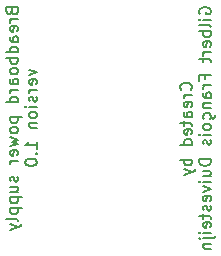
<source format=gbo>
%TF.GenerationSoftware,KiCad,Pcbnew,7.0.11*%
%TF.CreationDate,2024-05-20T00:03:05+02:00*%
%TF.ProjectId,Power supply,506f7765-7220-4737-9570-706c792e6b69,rev?*%
%TF.SameCoordinates,Original*%
%TF.FileFunction,Legend,Bot*%
%TF.FilePolarity,Positive*%
%FSLAX46Y46*%
G04 Gerber Fmt 4.6, Leading zero omitted, Abs format (unit mm)*
G04 Created by KiCad (PCBNEW 7.0.11) date 2024-05-20 00:03:05*
%MOMM*%
%LPD*%
G01*
G04 APERTURE LIST*
%ADD10C,0.150000*%
G04 APERTURE END LIST*
D10*
X148913580Y-70017094D02*
X148961200Y-69969475D01*
X148961200Y-69969475D02*
X149008819Y-69826618D01*
X149008819Y-69826618D02*
X149008819Y-69731380D01*
X149008819Y-69731380D02*
X148961200Y-69588523D01*
X148961200Y-69588523D02*
X148865961Y-69493285D01*
X148865961Y-69493285D02*
X148770723Y-69445666D01*
X148770723Y-69445666D02*
X148580247Y-69398047D01*
X148580247Y-69398047D02*
X148437390Y-69398047D01*
X148437390Y-69398047D02*
X148246914Y-69445666D01*
X148246914Y-69445666D02*
X148151676Y-69493285D01*
X148151676Y-69493285D02*
X148056438Y-69588523D01*
X148056438Y-69588523D02*
X148008819Y-69731380D01*
X148008819Y-69731380D02*
X148008819Y-69826618D01*
X148008819Y-69826618D02*
X148056438Y-69969475D01*
X148056438Y-69969475D02*
X148104057Y-70017094D01*
X149008819Y-70445666D02*
X148342152Y-70445666D01*
X148532628Y-70445666D02*
X148437390Y-70493285D01*
X148437390Y-70493285D02*
X148389771Y-70540904D01*
X148389771Y-70540904D02*
X148342152Y-70636142D01*
X148342152Y-70636142D02*
X148342152Y-70731380D01*
X148961200Y-71445666D02*
X149008819Y-71350428D01*
X149008819Y-71350428D02*
X149008819Y-71159952D01*
X149008819Y-71159952D02*
X148961200Y-71064714D01*
X148961200Y-71064714D02*
X148865961Y-71017095D01*
X148865961Y-71017095D02*
X148485009Y-71017095D01*
X148485009Y-71017095D02*
X148389771Y-71064714D01*
X148389771Y-71064714D02*
X148342152Y-71159952D01*
X148342152Y-71159952D02*
X148342152Y-71350428D01*
X148342152Y-71350428D02*
X148389771Y-71445666D01*
X148389771Y-71445666D02*
X148485009Y-71493285D01*
X148485009Y-71493285D02*
X148580247Y-71493285D01*
X148580247Y-71493285D02*
X148675485Y-71017095D01*
X149008819Y-72350428D02*
X148485009Y-72350428D01*
X148485009Y-72350428D02*
X148389771Y-72302809D01*
X148389771Y-72302809D02*
X148342152Y-72207571D01*
X148342152Y-72207571D02*
X148342152Y-72017095D01*
X148342152Y-72017095D02*
X148389771Y-71921857D01*
X148961200Y-72350428D02*
X149008819Y-72255190D01*
X149008819Y-72255190D02*
X149008819Y-72017095D01*
X149008819Y-72017095D02*
X148961200Y-71921857D01*
X148961200Y-71921857D02*
X148865961Y-71874238D01*
X148865961Y-71874238D02*
X148770723Y-71874238D01*
X148770723Y-71874238D02*
X148675485Y-71921857D01*
X148675485Y-71921857D02*
X148627866Y-72017095D01*
X148627866Y-72017095D02*
X148627866Y-72255190D01*
X148627866Y-72255190D02*
X148580247Y-72350428D01*
X148342152Y-72683762D02*
X148342152Y-73064714D01*
X148008819Y-72826619D02*
X148865961Y-72826619D01*
X148865961Y-72826619D02*
X148961200Y-72874238D01*
X148961200Y-72874238D02*
X149008819Y-72969476D01*
X149008819Y-72969476D02*
X149008819Y-73064714D01*
X148961200Y-73779000D02*
X149008819Y-73683762D01*
X149008819Y-73683762D02*
X149008819Y-73493286D01*
X149008819Y-73493286D02*
X148961200Y-73398048D01*
X148961200Y-73398048D02*
X148865961Y-73350429D01*
X148865961Y-73350429D02*
X148485009Y-73350429D01*
X148485009Y-73350429D02*
X148389771Y-73398048D01*
X148389771Y-73398048D02*
X148342152Y-73493286D01*
X148342152Y-73493286D02*
X148342152Y-73683762D01*
X148342152Y-73683762D02*
X148389771Y-73779000D01*
X148389771Y-73779000D02*
X148485009Y-73826619D01*
X148485009Y-73826619D02*
X148580247Y-73826619D01*
X148580247Y-73826619D02*
X148675485Y-73350429D01*
X149008819Y-74683762D02*
X148008819Y-74683762D01*
X148961200Y-74683762D02*
X149008819Y-74588524D01*
X149008819Y-74588524D02*
X149008819Y-74398048D01*
X149008819Y-74398048D02*
X148961200Y-74302810D01*
X148961200Y-74302810D02*
X148913580Y-74255191D01*
X148913580Y-74255191D02*
X148818342Y-74207572D01*
X148818342Y-74207572D02*
X148532628Y-74207572D01*
X148532628Y-74207572D02*
X148437390Y-74255191D01*
X148437390Y-74255191D02*
X148389771Y-74302810D01*
X148389771Y-74302810D02*
X148342152Y-74398048D01*
X148342152Y-74398048D02*
X148342152Y-74588524D01*
X148342152Y-74588524D02*
X148389771Y-74683762D01*
X149008819Y-75921858D02*
X148008819Y-75921858D01*
X148389771Y-75921858D02*
X148342152Y-76017096D01*
X148342152Y-76017096D02*
X148342152Y-76207572D01*
X148342152Y-76207572D02*
X148389771Y-76302810D01*
X148389771Y-76302810D02*
X148437390Y-76350429D01*
X148437390Y-76350429D02*
X148532628Y-76398048D01*
X148532628Y-76398048D02*
X148818342Y-76398048D01*
X148818342Y-76398048D02*
X148913580Y-76350429D01*
X148913580Y-76350429D02*
X148961200Y-76302810D01*
X148961200Y-76302810D02*
X149008819Y-76207572D01*
X149008819Y-76207572D02*
X149008819Y-76017096D01*
X149008819Y-76017096D02*
X148961200Y-75921858D01*
X148342152Y-76731382D02*
X149008819Y-76969477D01*
X148342152Y-77207572D02*
X149008819Y-76969477D01*
X149008819Y-76969477D02*
X149246914Y-76874239D01*
X149246914Y-76874239D02*
X149294533Y-76826620D01*
X149294533Y-76826620D02*
X149342152Y-76731382D01*
X149666438Y-63588522D02*
X149618819Y-63493284D01*
X149618819Y-63493284D02*
X149618819Y-63350427D01*
X149618819Y-63350427D02*
X149666438Y-63207570D01*
X149666438Y-63207570D02*
X149761676Y-63112332D01*
X149761676Y-63112332D02*
X149856914Y-63064713D01*
X149856914Y-63064713D02*
X150047390Y-63017094D01*
X150047390Y-63017094D02*
X150190247Y-63017094D01*
X150190247Y-63017094D02*
X150380723Y-63064713D01*
X150380723Y-63064713D02*
X150475961Y-63112332D01*
X150475961Y-63112332D02*
X150571200Y-63207570D01*
X150571200Y-63207570D02*
X150618819Y-63350427D01*
X150618819Y-63350427D02*
X150618819Y-63445665D01*
X150618819Y-63445665D02*
X150571200Y-63588522D01*
X150571200Y-63588522D02*
X150523580Y-63636141D01*
X150523580Y-63636141D02*
X150190247Y-63636141D01*
X150190247Y-63636141D02*
X150190247Y-63445665D01*
X150618819Y-64064713D02*
X149952152Y-64064713D01*
X149618819Y-64064713D02*
X149666438Y-64017094D01*
X149666438Y-64017094D02*
X149714057Y-64064713D01*
X149714057Y-64064713D02*
X149666438Y-64112332D01*
X149666438Y-64112332D02*
X149618819Y-64064713D01*
X149618819Y-64064713D02*
X149714057Y-64064713D01*
X150618819Y-64683760D02*
X150571200Y-64588522D01*
X150571200Y-64588522D02*
X150475961Y-64540903D01*
X150475961Y-64540903D02*
X149618819Y-64540903D01*
X150618819Y-65064713D02*
X149618819Y-65064713D01*
X149999771Y-65064713D02*
X149952152Y-65159951D01*
X149952152Y-65159951D02*
X149952152Y-65350427D01*
X149952152Y-65350427D02*
X149999771Y-65445665D01*
X149999771Y-65445665D02*
X150047390Y-65493284D01*
X150047390Y-65493284D02*
X150142628Y-65540903D01*
X150142628Y-65540903D02*
X150428342Y-65540903D01*
X150428342Y-65540903D02*
X150523580Y-65493284D01*
X150523580Y-65493284D02*
X150571200Y-65445665D01*
X150571200Y-65445665D02*
X150618819Y-65350427D01*
X150618819Y-65350427D02*
X150618819Y-65159951D01*
X150618819Y-65159951D02*
X150571200Y-65064713D01*
X150571200Y-66350427D02*
X150618819Y-66255189D01*
X150618819Y-66255189D02*
X150618819Y-66064713D01*
X150618819Y-66064713D02*
X150571200Y-65969475D01*
X150571200Y-65969475D02*
X150475961Y-65921856D01*
X150475961Y-65921856D02*
X150095009Y-65921856D01*
X150095009Y-65921856D02*
X149999771Y-65969475D01*
X149999771Y-65969475D02*
X149952152Y-66064713D01*
X149952152Y-66064713D02*
X149952152Y-66255189D01*
X149952152Y-66255189D02*
X149999771Y-66350427D01*
X149999771Y-66350427D02*
X150095009Y-66398046D01*
X150095009Y-66398046D02*
X150190247Y-66398046D01*
X150190247Y-66398046D02*
X150285485Y-65921856D01*
X150618819Y-66826618D02*
X149952152Y-66826618D01*
X150142628Y-66826618D02*
X150047390Y-66874237D01*
X150047390Y-66874237D02*
X149999771Y-66921856D01*
X149999771Y-66921856D02*
X149952152Y-67017094D01*
X149952152Y-67017094D02*
X149952152Y-67112332D01*
X149952152Y-67302809D02*
X149952152Y-67683761D01*
X149618819Y-67445666D02*
X150475961Y-67445666D01*
X150475961Y-67445666D02*
X150571200Y-67493285D01*
X150571200Y-67493285D02*
X150618819Y-67588523D01*
X150618819Y-67588523D02*
X150618819Y-67683761D01*
X150095009Y-69112333D02*
X150095009Y-68779000D01*
X150618819Y-68779000D02*
X149618819Y-68779000D01*
X149618819Y-68779000D02*
X149618819Y-69255190D01*
X150618819Y-69636143D02*
X149952152Y-69636143D01*
X150142628Y-69636143D02*
X150047390Y-69683762D01*
X150047390Y-69683762D02*
X149999771Y-69731381D01*
X149999771Y-69731381D02*
X149952152Y-69826619D01*
X149952152Y-69826619D02*
X149952152Y-69921857D01*
X150618819Y-70683762D02*
X150095009Y-70683762D01*
X150095009Y-70683762D02*
X149999771Y-70636143D01*
X149999771Y-70636143D02*
X149952152Y-70540905D01*
X149952152Y-70540905D02*
X149952152Y-70350429D01*
X149952152Y-70350429D02*
X149999771Y-70255191D01*
X150571200Y-70683762D02*
X150618819Y-70588524D01*
X150618819Y-70588524D02*
X150618819Y-70350429D01*
X150618819Y-70350429D02*
X150571200Y-70255191D01*
X150571200Y-70255191D02*
X150475961Y-70207572D01*
X150475961Y-70207572D02*
X150380723Y-70207572D01*
X150380723Y-70207572D02*
X150285485Y-70255191D01*
X150285485Y-70255191D02*
X150237866Y-70350429D01*
X150237866Y-70350429D02*
X150237866Y-70588524D01*
X150237866Y-70588524D02*
X150190247Y-70683762D01*
X149952152Y-71159953D02*
X150618819Y-71159953D01*
X150047390Y-71159953D02*
X149999771Y-71207572D01*
X149999771Y-71207572D02*
X149952152Y-71302810D01*
X149952152Y-71302810D02*
X149952152Y-71445667D01*
X149952152Y-71445667D02*
X149999771Y-71540905D01*
X149999771Y-71540905D02*
X150095009Y-71588524D01*
X150095009Y-71588524D02*
X150618819Y-71588524D01*
X150571200Y-72493286D02*
X150618819Y-72398048D01*
X150618819Y-72398048D02*
X150618819Y-72207572D01*
X150618819Y-72207572D02*
X150571200Y-72112334D01*
X150571200Y-72112334D02*
X150523580Y-72064715D01*
X150523580Y-72064715D02*
X150428342Y-72017096D01*
X150428342Y-72017096D02*
X150142628Y-72017096D01*
X150142628Y-72017096D02*
X150047390Y-72064715D01*
X150047390Y-72064715D02*
X149999771Y-72112334D01*
X149999771Y-72112334D02*
X149952152Y-72207572D01*
X149952152Y-72207572D02*
X149952152Y-72398048D01*
X149952152Y-72398048D02*
X149999771Y-72493286D01*
X150666438Y-72302810D02*
X150714057Y-72398048D01*
X150714057Y-72398048D02*
X150809295Y-72445667D01*
X150809295Y-72445667D02*
X150904533Y-72398048D01*
X150904533Y-72398048D02*
X150952152Y-72302810D01*
X150952152Y-72302810D02*
X150952152Y-72159953D01*
X150618819Y-73064715D02*
X150571200Y-72969477D01*
X150571200Y-72969477D02*
X150523580Y-72921858D01*
X150523580Y-72921858D02*
X150428342Y-72874239D01*
X150428342Y-72874239D02*
X150142628Y-72874239D01*
X150142628Y-72874239D02*
X150047390Y-72921858D01*
X150047390Y-72921858D02*
X149999771Y-72969477D01*
X149999771Y-72969477D02*
X149952152Y-73064715D01*
X149952152Y-73064715D02*
X149952152Y-73207572D01*
X149952152Y-73207572D02*
X149999771Y-73302810D01*
X149999771Y-73302810D02*
X150047390Y-73350429D01*
X150047390Y-73350429D02*
X150142628Y-73398048D01*
X150142628Y-73398048D02*
X150428342Y-73398048D01*
X150428342Y-73398048D02*
X150523580Y-73350429D01*
X150523580Y-73350429D02*
X150571200Y-73302810D01*
X150571200Y-73302810D02*
X150618819Y-73207572D01*
X150618819Y-73207572D02*
X150618819Y-73064715D01*
X150618819Y-73826620D02*
X149952152Y-73826620D01*
X149618819Y-73826620D02*
X149666438Y-73779001D01*
X149666438Y-73779001D02*
X149714057Y-73826620D01*
X149714057Y-73826620D02*
X149666438Y-73874239D01*
X149666438Y-73874239D02*
X149618819Y-73826620D01*
X149618819Y-73826620D02*
X149714057Y-73826620D01*
X150571200Y-74255191D02*
X150618819Y-74350429D01*
X150618819Y-74350429D02*
X150618819Y-74540905D01*
X150618819Y-74540905D02*
X150571200Y-74636143D01*
X150571200Y-74636143D02*
X150475961Y-74683762D01*
X150475961Y-74683762D02*
X150428342Y-74683762D01*
X150428342Y-74683762D02*
X150333104Y-74636143D01*
X150333104Y-74636143D02*
X150285485Y-74540905D01*
X150285485Y-74540905D02*
X150285485Y-74398048D01*
X150285485Y-74398048D02*
X150237866Y-74302810D01*
X150237866Y-74302810D02*
X150142628Y-74255191D01*
X150142628Y-74255191D02*
X150095009Y-74255191D01*
X150095009Y-74255191D02*
X149999771Y-74302810D01*
X149999771Y-74302810D02*
X149952152Y-74398048D01*
X149952152Y-74398048D02*
X149952152Y-74540905D01*
X149952152Y-74540905D02*
X149999771Y-74636143D01*
X150618819Y-75874239D02*
X149618819Y-75874239D01*
X149618819Y-75874239D02*
X149618819Y-76112334D01*
X149618819Y-76112334D02*
X149666438Y-76255191D01*
X149666438Y-76255191D02*
X149761676Y-76350429D01*
X149761676Y-76350429D02*
X149856914Y-76398048D01*
X149856914Y-76398048D02*
X150047390Y-76445667D01*
X150047390Y-76445667D02*
X150190247Y-76445667D01*
X150190247Y-76445667D02*
X150380723Y-76398048D01*
X150380723Y-76398048D02*
X150475961Y-76350429D01*
X150475961Y-76350429D02*
X150571200Y-76255191D01*
X150571200Y-76255191D02*
X150618819Y-76112334D01*
X150618819Y-76112334D02*
X150618819Y-75874239D01*
X149952152Y-77302810D02*
X150618819Y-77302810D01*
X149952152Y-76874239D02*
X150475961Y-76874239D01*
X150475961Y-76874239D02*
X150571200Y-76921858D01*
X150571200Y-76921858D02*
X150618819Y-77017096D01*
X150618819Y-77017096D02*
X150618819Y-77159953D01*
X150618819Y-77159953D02*
X150571200Y-77255191D01*
X150571200Y-77255191D02*
X150523580Y-77302810D01*
X150618819Y-77779001D02*
X149952152Y-77779001D01*
X149618819Y-77779001D02*
X149666438Y-77731382D01*
X149666438Y-77731382D02*
X149714057Y-77779001D01*
X149714057Y-77779001D02*
X149666438Y-77826620D01*
X149666438Y-77826620D02*
X149618819Y-77779001D01*
X149618819Y-77779001D02*
X149714057Y-77779001D01*
X149952152Y-78159953D02*
X150618819Y-78398048D01*
X150618819Y-78398048D02*
X149952152Y-78636143D01*
X150571200Y-79398048D02*
X150618819Y-79302810D01*
X150618819Y-79302810D02*
X150618819Y-79112334D01*
X150618819Y-79112334D02*
X150571200Y-79017096D01*
X150571200Y-79017096D02*
X150475961Y-78969477D01*
X150475961Y-78969477D02*
X150095009Y-78969477D01*
X150095009Y-78969477D02*
X149999771Y-79017096D01*
X149999771Y-79017096D02*
X149952152Y-79112334D01*
X149952152Y-79112334D02*
X149952152Y-79302810D01*
X149952152Y-79302810D02*
X149999771Y-79398048D01*
X149999771Y-79398048D02*
X150095009Y-79445667D01*
X150095009Y-79445667D02*
X150190247Y-79445667D01*
X150190247Y-79445667D02*
X150285485Y-78969477D01*
X150571200Y-79826620D02*
X150618819Y-79921858D01*
X150618819Y-79921858D02*
X150618819Y-80112334D01*
X150618819Y-80112334D02*
X150571200Y-80207572D01*
X150571200Y-80207572D02*
X150475961Y-80255191D01*
X150475961Y-80255191D02*
X150428342Y-80255191D01*
X150428342Y-80255191D02*
X150333104Y-80207572D01*
X150333104Y-80207572D02*
X150285485Y-80112334D01*
X150285485Y-80112334D02*
X150285485Y-79969477D01*
X150285485Y-79969477D02*
X150237866Y-79874239D01*
X150237866Y-79874239D02*
X150142628Y-79826620D01*
X150142628Y-79826620D02*
X150095009Y-79826620D01*
X150095009Y-79826620D02*
X149999771Y-79874239D01*
X149999771Y-79874239D02*
X149952152Y-79969477D01*
X149952152Y-79969477D02*
X149952152Y-80112334D01*
X149952152Y-80112334D02*
X149999771Y-80207572D01*
X149952152Y-80540906D02*
X149952152Y-80921858D01*
X149618819Y-80683763D02*
X150475961Y-80683763D01*
X150475961Y-80683763D02*
X150571200Y-80731382D01*
X150571200Y-80731382D02*
X150618819Y-80826620D01*
X150618819Y-80826620D02*
X150618819Y-80921858D01*
X150571200Y-81636144D02*
X150618819Y-81540906D01*
X150618819Y-81540906D02*
X150618819Y-81350430D01*
X150618819Y-81350430D02*
X150571200Y-81255192D01*
X150571200Y-81255192D02*
X150475961Y-81207573D01*
X150475961Y-81207573D02*
X150095009Y-81207573D01*
X150095009Y-81207573D02*
X149999771Y-81255192D01*
X149999771Y-81255192D02*
X149952152Y-81350430D01*
X149952152Y-81350430D02*
X149952152Y-81540906D01*
X149952152Y-81540906D02*
X149999771Y-81636144D01*
X149999771Y-81636144D02*
X150095009Y-81683763D01*
X150095009Y-81683763D02*
X150190247Y-81683763D01*
X150190247Y-81683763D02*
X150285485Y-81207573D01*
X150618819Y-82112335D02*
X149952152Y-82112335D01*
X149618819Y-82112335D02*
X149666438Y-82064716D01*
X149666438Y-82064716D02*
X149714057Y-82112335D01*
X149714057Y-82112335D02*
X149666438Y-82159954D01*
X149666438Y-82159954D02*
X149618819Y-82112335D01*
X149618819Y-82112335D02*
X149714057Y-82112335D01*
X149952152Y-82588525D02*
X150809295Y-82588525D01*
X150809295Y-82588525D02*
X150904533Y-82540906D01*
X150904533Y-82540906D02*
X150952152Y-82445668D01*
X150952152Y-82445668D02*
X150952152Y-82398049D01*
X149618819Y-82588525D02*
X149666438Y-82540906D01*
X149666438Y-82540906D02*
X149714057Y-82588525D01*
X149714057Y-82588525D02*
X149666438Y-82636144D01*
X149666438Y-82636144D02*
X149618819Y-82588525D01*
X149618819Y-82588525D02*
X149714057Y-82588525D01*
X149952152Y-83064715D02*
X150618819Y-83064715D01*
X150047390Y-83064715D02*
X149999771Y-83112334D01*
X149999771Y-83112334D02*
X149952152Y-83207572D01*
X149952152Y-83207572D02*
X149952152Y-83350429D01*
X149952152Y-83350429D02*
X149999771Y-83445667D01*
X149999771Y-83445667D02*
X150095009Y-83493286D01*
X150095009Y-83493286D02*
X150618819Y-83493286D01*
X133753009Y-63366188D02*
X133800628Y-63509045D01*
X133800628Y-63509045D02*
X133848247Y-63556664D01*
X133848247Y-63556664D02*
X133943485Y-63604283D01*
X133943485Y-63604283D02*
X134086342Y-63604283D01*
X134086342Y-63604283D02*
X134181580Y-63556664D01*
X134181580Y-63556664D02*
X134229200Y-63509045D01*
X134229200Y-63509045D02*
X134276819Y-63413807D01*
X134276819Y-63413807D02*
X134276819Y-63032855D01*
X134276819Y-63032855D02*
X133276819Y-63032855D01*
X133276819Y-63032855D02*
X133276819Y-63366188D01*
X133276819Y-63366188D02*
X133324438Y-63461426D01*
X133324438Y-63461426D02*
X133372057Y-63509045D01*
X133372057Y-63509045D02*
X133467295Y-63556664D01*
X133467295Y-63556664D02*
X133562533Y-63556664D01*
X133562533Y-63556664D02*
X133657771Y-63509045D01*
X133657771Y-63509045D02*
X133705390Y-63461426D01*
X133705390Y-63461426D02*
X133753009Y-63366188D01*
X133753009Y-63366188D02*
X133753009Y-63032855D01*
X134276819Y-64032855D02*
X133610152Y-64032855D01*
X133800628Y-64032855D02*
X133705390Y-64080474D01*
X133705390Y-64080474D02*
X133657771Y-64128093D01*
X133657771Y-64128093D02*
X133610152Y-64223331D01*
X133610152Y-64223331D02*
X133610152Y-64318569D01*
X134229200Y-65032855D02*
X134276819Y-64937617D01*
X134276819Y-64937617D02*
X134276819Y-64747141D01*
X134276819Y-64747141D02*
X134229200Y-64651903D01*
X134229200Y-64651903D02*
X134133961Y-64604284D01*
X134133961Y-64604284D02*
X133753009Y-64604284D01*
X133753009Y-64604284D02*
X133657771Y-64651903D01*
X133657771Y-64651903D02*
X133610152Y-64747141D01*
X133610152Y-64747141D02*
X133610152Y-64937617D01*
X133610152Y-64937617D02*
X133657771Y-65032855D01*
X133657771Y-65032855D02*
X133753009Y-65080474D01*
X133753009Y-65080474D02*
X133848247Y-65080474D01*
X133848247Y-65080474D02*
X133943485Y-64604284D01*
X134276819Y-65937617D02*
X133753009Y-65937617D01*
X133753009Y-65937617D02*
X133657771Y-65889998D01*
X133657771Y-65889998D02*
X133610152Y-65794760D01*
X133610152Y-65794760D02*
X133610152Y-65604284D01*
X133610152Y-65604284D02*
X133657771Y-65509046D01*
X134229200Y-65937617D02*
X134276819Y-65842379D01*
X134276819Y-65842379D02*
X134276819Y-65604284D01*
X134276819Y-65604284D02*
X134229200Y-65509046D01*
X134229200Y-65509046D02*
X134133961Y-65461427D01*
X134133961Y-65461427D02*
X134038723Y-65461427D01*
X134038723Y-65461427D02*
X133943485Y-65509046D01*
X133943485Y-65509046D02*
X133895866Y-65604284D01*
X133895866Y-65604284D02*
X133895866Y-65842379D01*
X133895866Y-65842379D02*
X133848247Y-65937617D01*
X134276819Y-66842379D02*
X133276819Y-66842379D01*
X134229200Y-66842379D02*
X134276819Y-66747141D01*
X134276819Y-66747141D02*
X134276819Y-66556665D01*
X134276819Y-66556665D02*
X134229200Y-66461427D01*
X134229200Y-66461427D02*
X134181580Y-66413808D01*
X134181580Y-66413808D02*
X134086342Y-66366189D01*
X134086342Y-66366189D02*
X133800628Y-66366189D01*
X133800628Y-66366189D02*
X133705390Y-66413808D01*
X133705390Y-66413808D02*
X133657771Y-66461427D01*
X133657771Y-66461427D02*
X133610152Y-66556665D01*
X133610152Y-66556665D02*
X133610152Y-66747141D01*
X133610152Y-66747141D02*
X133657771Y-66842379D01*
X134276819Y-67318570D02*
X133276819Y-67318570D01*
X133657771Y-67318570D02*
X133610152Y-67413808D01*
X133610152Y-67413808D02*
X133610152Y-67604284D01*
X133610152Y-67604284D02*
X133657771Y-67699522D01*
X133657771Y-67699522D02*
X133705390Y-67747141D01*
X133705390Y-67747141D02*
X133800628Y-67794760D01*
X133800628Y-67794760D02*
X134086342Y-67794760D01*
X134086342Y-67794760D02*
X134181580Y-67747141D01*
X134181580Y-67747141D02*
X134229200Y-67699522D01*
X134229200Y-67699522D02*
X134276819Y-67604284D01*
X134276819Y-67604284D02*
X134276819Y-67413808D01*
X134276819Y-67413808D02*
X134229200Y-67318570D01*
X134276819Y-68366189D02*
X134229200Y-68270951D01*
X134229200Y-68270951D02*
X134181580Y-68223332D01*
X134181580Y-68223332D02*
X134086342Y-68175713D01*
X134086342Y-68175713D02*
X133800628Y-68175713D01*
X133800628Y-68175713D02*
X133705390Y-68223332D01*
X133705390Y-68223332D02*
X133657771Y-68270951D01*
X133657771Y-68270951D02*
X133610152Y-68366189D01*
X133610152Y-68366189D02*
X133610152Y-68509046D01*
X133610152Y-68509046D02*
X133657771Y-68604284D01*
X133657771Y-68604284D02*
X133705390Y-68651903D01*
X133705390Y-68651903D02*
X133800628Y-68699522D01*
X133800628Y-68699522D02*
X134086342Y-68699522D01*
X134086342Y-68699522D02*
X134181580Y-68651903D01*
X134181580Y-68651903D02*
X134229200Y-68604284D01*
X134229200Y-68604284D02*
X134276819Y-68509046D01*
X134276819Y-68509046D02*
X134276819Y-68366189D01*
X134276819Y-69556665D02*
X133753009Y-69556665D01*
X133753009Y-69556665D02*
X133657771Y-69509046D01*
X133657771Y-69509046D02*
X133610152Y-69413808D01*
X133610152Y-69413808D02*
X133610152Y-69223332D01*
X133610152Y-69223332D02*
X133657771Y-69128094D01*
X134229200Y-69556665D02*
X134276819Y-69461427D01*
X134276819Y-69461427D02*
X134276819Y-69223332D01*
X134276819Y-69223332D02*
X134229200Y-69128094D01*
X134229200Y-69128094D02*
X134133961Y-69080475D01*
X134133961Y-69080475D02*
X134038723Y-69080475D01*
X134038723Y-69080475D02*
X133943485Y-69128094D01*
X133943485Y-69128094D02*
X133895866Y-69223332D01*
X133895866Y-69223332D02*
X133895866Y-69461427D01*
X133895866Y-69461427D02*
X133848247Y-69556665D01*
X134276819Y-70032856D02*
X133610152Y-70032856D01*
X133800628Y-70032856D02*
X133705390Y-70080475D01*
X133705390Y-70080475D02*
X133657771Y-70128094D01*
X133657771Y-70128094D02*
X133610152Y-70223332D01*
X133610152Y-70223332D02*
X133610152Y-70318570D01*
X134276819Y-71080475D02*
X133276819Y-71080475D01*
X134229200Y-71080475D02*
X134276819Y-70985237D01*
X134276819Y-70985237D02*
X134276819Y-70794761D01*
X134276819Y-70794761D02*
X134229200Y-70699523D01*
X134229200Y-70699523D02*
X134181580Y-70651904D01*
X134181580Y-70651904D02*
X134086342Y-70604285D01*
X134086342Y-70604285D02*
X133800628Y-70604285D01*
X133800628Y-70604285D02*
X133705390Y-70651904D01*
X133705390Y-70651904D02*
X133657771Y-70699523D01*
X133657771Y-70699523D02*
X133610152Y-70794761D01*
X133610152Y-70794761D02*
X133610152Y-70985237D01*
X133610152Y-70985237D02*
X133657771Y-71080475D01*
X133610152Y-72318571D02*
X134610152Y-72318571D01*
X133657771Y-72318571D02*
X133610152Y-72413809D01*
X133610152Y-72413809D02*
X133610152Y-72604285D01*
X133610152Y-72604285D02*
X133657771Y-72699523D01*
X133657771Y-72699523D02*
X133705390Y-72747142D01*
X133705390Y-72747142D02*
X133800628Y-72794761D01*
X133800628Y-72794761D02*
X134086342Y-72794761D01*
X134086342Y-72794761D02*
X134181580Y-72747142D01*
X134181580Y-72747142D02*
X134229200Y-72699523D01*
X134229200Y-72699523D02*
X134276819Y-72604285D01*
X134276819Y-72604285D02*
X134276819Y-72413809D01*
X134276819Y-72413809D02*
X134229200Y-72318571D01*
X134276819Y-73366190D02*
X134229200Y-73270952D01*
X134229200Y-73270952D02*
X134181580Y-73223333D01*
X134181580Y-73223333D02*
X134086342Y-73175714D01*
X134086342Y-73175714D02*
X133800628Y-73175714D01*
X133800628Y-73175714D02*
X133705390Y-73223333D01*
X133705390Y-73223333D02*
X133657771Y-73270952D01*
X133657771Y-73270952D02*
X133610152Y-73366190D01*
X133610152Y-73366190D02*
X133610152Y-73509047D01*
X133610152Y-73509047D02*
X133657771Y-73604285D01*
X133657771Y-73604285D02*
X133705390Y-73651904D01*
X133705390Y-73651904D02*
X133800628Y-73699523D01*
X133800628Y-73699523D02*
X134086342Y-73699523D01*
X134086342Y-73699523D02*
X134181580Y-73651904D01*
X134181580Y-73651904D02*
X134229200Y-73604285D01*
X134229200Y-73604285D02*
X134276819Y-73509047D01*
X134276819Y-73509047D02*
X134276819Y-73366190D01*
X133610152Y-74032857D02*
X134276819Y-74223333D01*
X134276819Y-74223333D02*
X133800628Y-74413809D01*
X133800628Y-74413809D02*
X134276819Y-74604285D01*
X134276819Y-74604285D02*
X133610152Y-74794761D01*
X134229200Y-75556666D02*
X134276819Y-75461428D01*
X134276819Y-75461428D02*
X134276819Y-75270952D01*
X134276819Y-75270952D02*
X134229200Y-75175714D01*
X134229200Y-75175714D02*
X134133961Y-75128095D01*
X134133961Y-75128095D02*
X133753009Y-75128095D01*
X133753009Y-75128095D02*
X133657771Y-75175714D01*
X133657771Y-75175714D02*
X133610152Y-75270952D01*
X133610152Y-75270952D02*
X133610152Y-75461428D01*
X133610152Y-75461428D02*
X133657771Y-75556666D01*
X133657771Y-75556666D02*
X133753009Y-75604285D01*
X133753009Y-75604285D02*
X133848247Y-75604285D01*
X133848247Y-75604285D02*
X133943485Y-75128095D01*
X134276819Y-76032857D02*
X133610152Y-76032857D01*
X133800628Y-76032857D02*
X133705390Y-76080476D01*
X133705390Y-76080476D02*
X133657771Y-76128095D01*
X133657771Y-76128095D02*
X133610152Y-76223333D01*
X133610152Y-76223333D02*
X133610152Y-76318571D01*
X134229200Y-77366191D02*
X134276819Y-77461429D01*
X134276819Y-77461429D02*
X134276819Y-77651905D01*
X134276819Y-77651905D02*
X134229200Y-77747143D01*
X134229200Y-77747143D02*
X134133961Y-77794762D01*
X134133961Y-77794762D02*
X134086342Y-77794762D01*
X134086342Y-77794762D02*
X133991104Y-77747143D01*
X133991104Y-77747143D02*
X133943485Y-77651905D01*
X133943485Y-77651905D02*
X133943485Y-77509048D01*
X133943485Y-77509048D02*
X133895866Y-77413810D01*
X133895866Y-77413810D02*
X133800628Y-77366191D01*
X133800628Y-77366191D02*
X133753009Y-77366191D01*
X133753009Y-77366191D02*
X133657771Y-77413810D01*
X133657771Y-77413810D02*
X133610152Y-77509048D01*
X133610152Y-77509048D02*
X133610152Y-77651905D01*
X133610152Y-77651905D02*
X133657771Y-77747143D01*
X133610152Y-78651905D02*
X134276819Y-78651905D01*
X133610152Y-78223334D02*
X134133961Y-78223334D01*
X134133961Y-78223334D02*
X134229200Y-78270953D01*
X134229200Y-78270953D02*
X134276819Y-78366191D01*
X134276819Y-78366191D02*
X134276819Y-78509048D01*
X134276819Y-78509048D02*
X134229200Y-78604286D01*
X134229200Y-78604286D02*
X134181580Y-78651905D01*
X133610152Y-79128096D02*
X134610152Y-79128096D01*
X133657771Y-79128096D02*
X133610152Y-79223334D01*
X133610152Y-79223334D02*
X133610152Y-79413810D01*
X133610152Y-79413810D02*
X133657771Y-79509048D01*
X133657771Y-79509048D02*
X133705390Y-79556667D01*
X133705390Y-79556667D02*
X133800628Y-79604286D01*
X133800628Y-79604286D02*
X134086342Y-79604286D01*
X134086342Y-79604286D02*
X134181580Y-79556667D01*
X134181580Y-79556667D02*
X134229200Y-79509048D01*
X134229200Y-79509048D02*
X134276819Y-79413810D01*
X134276819Y-79413810D02*
X134276819Y-79223334D01*
X134276819Y-79223334D02*
X134229200Y-79128096D01*
X133610152Y-80032858D02*
X134610152Y-80032858D01*
X133657771Y-80032858D02*
X133610152Y-80128096D01*
X133610152Y-80128096D02*
X133610152Y-80318572D01*
X133610152Y-80318572D02*
X133657771Y-80413810D01*
X133657771Y-80413810D02*
X133705390Y-80461429D01*
X133705390Y-80461429D02*
X133800628Y-80509048D01*
X133800628Y-80509048D02*
X134086342Y-80509048D01*
X134086342Y-80509048D02*
X134181580Y-80461429D01*
X134181580Y-80461429D02*
X134229200Y-80413810D01*
X134229200Y-80413810D02*
X134276819Y-80318572D01*
X134276819Y-80318572D02*
X134276819Y-80128096D01*
X134276819Y-80128096D02*
X134229200Y-80032858D01*
X134276819Y-81080477D02*
X134229200Y-80985239D01*
X134229200Y-80985239D02*
X134133961Y-80937620D01*
X134133961Y-80937620D02*
X133276819Y-80937620D01*
X133610152Y-81366192D02*
X134276819Y-81604287D01*
X133610152Y-81842382D02*
X134276819Y-81604287D01*
X134276819Y-81604287D02*
X134514914Y-81509049D01*
X134514914Y-81509049D02*
X134562533Y-81461430D01*
X134562533Y-81461430D02*
X134610152Y-81366192D01*
X135220152Y-68294762D02*
X135886819Y-68532857D01*
X135886819Y-68532857D02*
X135220152Y-68770952D01*
X135839200Y-69532857D02*
X135886819Y-69437619D01*
X135886819Y-69437619D02*
X135886819Y-69247143D01*
X135886819Y-69247143D02*
X135839200Y-69151905D01*
X135839200Y-69151905D02*
X135743961Y-69104286D01*
X135743961Y-69104286D02*
X135363009Y-69104286D01*
X135363009Y-69104286D02*
X135267771Y-69151905D01*
X135267771Y-69151905D02*
X135220152Y-69247143D01*
X135220152Y-69247143D02*
X135220152Y-69437619D01*
X135220152Y-69437619D02*
X135267771Y-69532857D01*
X135267771Y-69532857D02*
X135363009Y-69580476D01*
X135363009Y-69580476D02*
X135458247Y-69580476D01*
X135458247Y-69580476D02*
X135553485Y-69104286D01*
X135886819Y-70009048D02*
X135220152Y-70009048D01*
X135410628Y-70009048D02*
X135315390Y-70056667D01*
X135315390Y-70056667D02*
X135267771Y-70104286D01*
X135267771Y-70104286D02*
X135220152Y-70199524D01*
X135220152Y-70199524D02*
X135220152Y-70294762D01*
X135839200Y-70580477D02*
X135886819Y-70675715D01*
X135886819Y-70675715D02*
X135886819Y-70866191D01*
X135886819Y-70866191D02*
X135839200Y-70961429D01*
X135839200Y-70961429D02*
X135743961Y-71009048D01*
X135743961Y-71009048D02*
X135696342Y-71009048D01*
X135696342Y-71009048D02*
X135601104Y-70961429D01*
X135601104Y-70961429D02*
X135553485Y-70866191D01*
X135553485Y-70866191D02*
X135553485Y-70723334D01*
X135553485Y-70723334D02*
X135505866Y-70628096D01*
X135505866Y-70628096D02*
X135410628Y-70580477D01*
X135410628Y-70580477D02*
X135363009Y-70580477D01*
X135363009Y-70580477D02*
X135267771Y-70628096D01*
X135267771Y-70628096D02*
X135220152Y-70723334D01*
X135220152Y-70723334D02*
X135220152Y-70866191D01*
X135220152Y-70866191D02*
X135267771Y-70961429D01*
X135886819Y-71437620D02*
X135220152Y-71437620D01*
X134886819Y-71437620D02*
X134934438Y-71390001D01*
X134934438Y-71390001D02*
X134982057Y-71437620D01*
X134982057Y-71437620D02*
X134934438Y-71485239D01*
X134934438Y-71485239D02*
X134886819Y-71437620D01*
X134886819Y-71437620D02*
X134982057Y-71437620D01*
X135886819Y-72056667D02*
X135839200Y-71961429D01*
X135839200Y-71961429D02*
X135791580Y-71913810D01*
X135791580Y-71913810D02*
X135696342Y-71866191D01*
X135696342Y-71866191D02*
X135410628Y-71866191D01*
X135410628Y-71866191D02*
X135315390Y-71913810D01*
X135315390Y-71913810D02*
X135267771Y-71961429D01*
X135267771Y-71961429D02*
X135220152Y-72056667D01*
X135220152Y-72056667D02*
X135220152Y-72199524D01*
X135220152Y-72199524D02*
X135267771Y-72294762D01*
X135267771Y-72294762D02*
X135315390Y-72342381D01*
X135315390Y-72342381D02*
X135410628Y-72390000D01*
X135410628Y-72390000D02*
X135696342Y-72390000D01*
X135696342Y-72390000D02*
X135791580Y-72342381D01*
X135791580Y-72342381D02*
X135839200Y-72294762D01*
X135839200Y-72294762D02*
X135886819Y-72199524D01*
X135886819Y-72199524D02*
X135886819Y-72056667D01*
X135220152Y-72818572D02*
X135886819Y-72818572D01*
X135315390Y-72818572D02*
X135267771Y-72866191D01*
X135267771Y-72866191D02*
X135220152Y-72961429D01*
X135220152Y-72961429D02*
X135220152Y-73104286D01*
X135220152Y-73104286D02*
X135267771Y-73199524D01*
X135267771Y-73199524D02*
X135363009Y-73247143D01*
X135363009Y-73247143D02*
X135886819Y-73247143D01*
X135886819Y-75009048D02*
X135886819Y-74437620D01*
X135886819Y-74723334D02*
X134886819Y-74723334D01*
X134886819Y-74723334D02*
X135029676Y-74628096D01*
X135029676Y-74628096D02*
X135124914Y-74532858D01*
X135124914Y-74532858D02*
X135172533Y-74437620D01*
X135791580Y-75437620D02*
X135839200Y-75485239D01*
X135839200Y-75485239D02*
X135886819Y-75437620D01*
X135886819Y-75437620D02*
X135839200Y-75390001D01*
X135839200Y-75390001D02*
X135791580Y-75437620D01*
X135791580Y-75437620D02*
X135886819Y-75437620D01*
X134886819Y-76104286D02*
X134886819Y-76199524D01*
X134886819Y-76199524D02*
X134934438Y-76294762D01*
X134934438Y-76294762D02*
X134982057Y-76342381D01*
X134982057Y-76342381D02*
X135077295Y-76390000D01*
X135077295Y-76390000D02*
X135267771Y-76437619D01*
X135267771Y-76437619D02*
X135505866Y-76437619D01*
X135505866Y-76437619D02*
X135696342Y-76390000D01*
X135696342Y-76390000D02*
X135791580Y-76342381D01*
X135791580Y-76342381D02*
X135839200Y-76294762D01*
X135839200Y-76294762D02*
X135886819Y-76199524D01*
X135886819Y-76199524D02*
X135886819Y-76104286D01*
X135886819Y-76104286D02*
X135839200Y-76009048D01*
X135839200Y-76009048D02*
X135791580Y-75961429D01*
X135791580Y-75961429D02*
X135696342Y-75913810D01*
X135696342Y-75913810D02*
X135505866Y-75866191D01*
X135505866Y-75866191D02*
X135267771Y-75866191D01*
X135267771Y-75866191D02*
X135077295Y-75913810D01*
X135077295Y-75913810D02*
X134982057Y-75961429D01*
X134982057Y-75961429D02*
X134934438Y-76009048D01*
X134934438Y-76009048D02*
X134886819Y-76104286D01*
M02*

</source>
